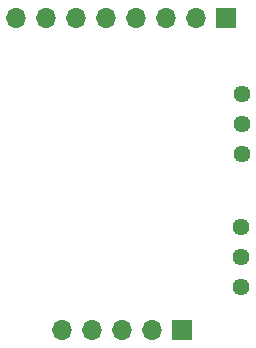
<source format=gbr>
%TF.GenerationSoftware,KiCad,Pcbnew,(6.0.11-0)*%
%TF.CreationDate,2023-02-13T11:24:02+01:00*%
%TF.ProjectId,vectrex_joystick,76656374-7265-4785-9f6a-6f7973746963,rev?*%
%TF.SameCoordinates,Original*%
%TF.FileFunction,Soldermask,Bot*%
%TF.FilePolarity,Negative*%
%FSLAX46Y46*%
G04 Gerber Fmt 4.6, Leading zero omitted, Abs format (unit mm)*
G04 Created by KiCad (PCBNEW (6.0.11-0)) date 2023-02-13 11:24:02*
%MOMM*%
%LPD*%
G01*
G04 APERTURE LIST*
%ADD10C,1.440000*%
%ADD11R,1.700000X1.700000*%
%ADD12O,1.700000X1.700000*%
G04 APERTURE END LIST*
D10*
%TO.C,RV1*%
X92862400Y-102504400D03*
X92862400Y-105044400D03*
X92862400Y-107584400D03*
%TD*%
%TO.C,RV2*%
X92760800Y-118780400D03*
X92760800Y-116240400D03*
X92760800Y-113700400D03*
%TD*%
D11*
%TO.C,J2*%
X87782400Y-122428000D03*
D12*
X85242400Y-122428000D03*
X82702400Y-122428000D03*
X80162400Y-122428000D03*
X77622400Y-122428000D03*
%TD*%
D11*
%TO.C,J1*%
X91541600Y-96012000D03*
D12*
X89001600Y-96012000D03*
X86461600Y-96012000D03*
X83921600Y-96012000D03*
X81381600Y-96012000D03*
X78841600Y-96012000D03*
X76301600Y-96012000D03*
X73761600Y-96012000D03*
%TD*%
M02*

</source>
